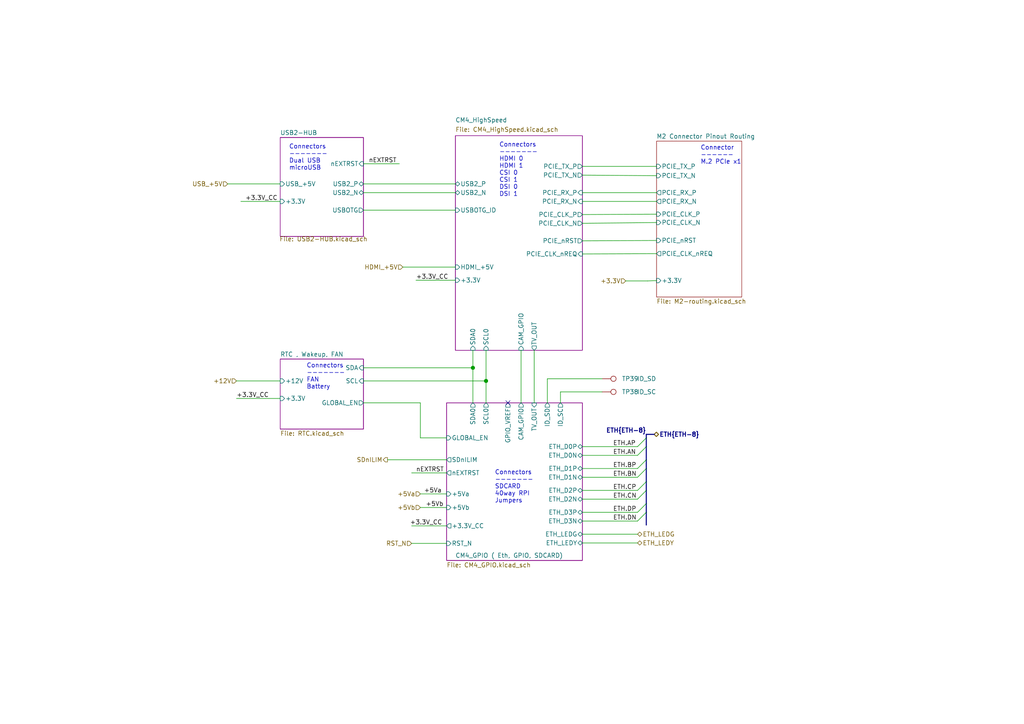
<source format=kicad_sch>
(kicad_sch (version 20230121) (generator eeschema)
  (paper "A4")
  (title_block (title "Penta-Pi") (date "2022-09-05") (rev "2.0") (comment 1 "fjc"))
  (lib_symbols
    (symbol "Connector:TestPoint" (pin_numbers hide) (pin_names (offset 0.762) hide) (in_bom no)
      (property "Reference" "TP" (at 0 6.858 0))
      (property "Value" "TestPoint" (at 0 5.08 0))
      (symbol "TestPoint_0_1"
        (circle (center 0 3.302) (radius 0.762))
      )
      (symbol "TestPoint_1_1"
        (pin passive line (at 0 0 90) (length 2.54) (name "1") (number "1"))
      )
    )
    (symbol "TestPoint_1" (pin_numbers hide) (pin_names (offset 0.762) hide) (in_bom no)
      (property "Reference" "TP" (at 0 6.858 0))
      (property "Value" "TestPoint" (at 0 5.08 0))
      (symbol "TestPoint_1_0_1"
        (circle (center 0 3.302) (radius 0.762))
      )
      (symbol "TestPoint_1_1_1"
        (pin passive line (at 0 0 90) (length 2.54) (name "1") (number "1"))
      )
    )
  )
  (junction (at 137.16 106.68) (diameter 1.016))
  (junction (at 140.97 110.49) (diameter 1.016))
  (no_connect (at 147.32 116.84))
  (bus_entry (at 187.452 129.54) (size -2.54 2.54))
  (bus_entry (at 187.452 139.7) (size -2.54 2.54))
  (bus_entry (at 187.452 142.24) (size -2.54 2.54))
  (bus_entry (at 187.452 146.05) (size -2.54 2.54))
  (bus_entry (at 187.452 133.35) (size -2.54 2.54))
  (bus_entry (at 187.452 135.89) (size -2.54 2.54))
  (bus_entry (at 187.452 148.59) (size -2.54 2.54))
  (bus_entry (at 187.452 127) (size -2.54 2.54))
  (wire (pts (xy 137.16 106.68) (xy 137.16 116.84)))
  (wire (pts (xy 158.75 109.855) (xy 158.75 116.84)))
  (wire (pts (xy 158.75 109.855) (xy 174.625 109.855)))
  (bus (pts (xy 187.452 142.24) (xy 187.452 146.05)))
  (wire (pts (xy 168.91 50.8) (xy 190.4238 50.9574)))
  (bus (pts (xy 187.452 146.05) (xy 187.452 148.59)))
  (wire (pts (xy 105.41 116.84) (xy 121.92 116.84)))
  (wire (pts (xy 105.41 110.49) (xy 140.97 110.49)))
  (bus (pts (xy 187.452 139.7) (xy 187.452 142.24)))
  (wire (pts (xy 137.16 101.6) (xy 137.16 106.68)))
  (bus (pts (xy 187.452 135.89) (xy 187.452 139.7)))
  (wire (pts (xy 168.91 129.54) (xy 184.912 129.54)))
  (wire (pts (xy 132.08 81.28) (xy 120.65 81.28)))
  (wire (pts (xy 168.91 151.13) (xy 184.912 151.13)))
  (bus (pts (xy 187.452 148.59) (xy 187.452 152.273)))
  (wire (pts (xy 81.28 58.42) (xy 69.85 58.42)))
  (wire (pts (xy 140.97 110.49) (xy 140.97 101.6)))
  (wire (pts (xy 68.58 110.49) (xy 81.28 110.49)))
  (wire (pts (xy 105.41 47.498) (xy 115.824 47.498)))
  (wire (pts (xy 66.04 53.34) (xy 81.28 53.34)))
  (wire (pts (xy 121.92 127) (xy 121.92 116.84)))
  (wire (pts (xy 140.97 116.84) (xy 140.97 110.49)))
  (wire (pts (xy 168.91 48.26) (xy 190.4238 48.26)))
  (wire (pts (xy 105.41 106.68) (xy 137.16 106.68)))
  (wire (pts (xy 121.92 147.193) (xy 129.54 147.193)))
  (wire (pts (xy 119.38 157.607) (xy 129.54 157.607)))
  (wire (pts (xy 121.92 127) (xy 129.54 127)))
  (wire (pts (xy 168.91 154.94) (xy 184.912 154.94)))
  (wire (pts (xy 105.41 53.34) (xy 132.08 53.34)))
  (wire (pts (xy 162.56 113.665) (xy 174.625 113.665)))
  (wire (pts (xy 162.56 116.84) (xy 162.56 113.665)))
  (wire (pts (xy 168.91 148.59) (xy 184.912 148.59)))
  (wire (pts (xy 151.13 116.84) (xy 151.13 101.6)))
  (wire (pts (xy 168.91 55.88) (xy 190.4238 55.88)))
  (wire (pts (xy 168.91 62.23) (xy 190.4238 62.1222)))
  (bus (pts (xy 189.738 125.984) (xy 187.452 125.984)))
  (wire (pts (xy 168.91 135.89) (xy 184.912 135.89)))
  (wire (pts (xy 154.94 116.84) (xy 154.94 101.6)))
  (bus (pts (xy 187.452 133.35) (xy 187.452 135.89)))
  (wire (pts (xy 190.4238 73.5662) (xy 168.91 73.66)))
  (wire (pts (xy 168.91 69.85) (xy 190.4238 69.7484)))
  (wire (pts (xy 116.84 77.47) (xy 132.08 77.47)))
  (wire (pts (xy 168.91 142.24) (xy 184.912 142.24)))
  (wire (pts (xy 168.91 157.48) (xy 184.912 157.48)))
  (wire (pts (xy 168.91 58.42) (xy 190.4238 58.42)))
  (wire (pts (xy 121.92 143.256) (xy 129.54 143.256)))
  (wire (pts (xy 112.395 133.35) (xy 129.54 133.35)))
  (wire (pts (xy 105.41 55.88) (xy 132.08 55.88)))
  (bus (pts (xy 187.452 129.54) (xy 187.452 133.35)))
  (bus (pts (xy 187.452 125.984) (xy 187.452 127)))
  (wire (pts (xy 168.91 138.43) (xy 184.912 138.43)))
  (wire (pts (xy 105.41 60.96) (xy 132.08 60.96)))
  (wire (pts (xy 119.38 137.16) (xy 129.54 137.16)))
  (wire (pts (xy 168.91 132.08) (xy 184.912 132.08)))
  (wire (pts (xy 181.483 81.4832) (xy 187.833 81.4832)))
  (wire (pts (xy 81.28 115.57) (xy 68.58 115.57)))
  (wire (pts (xy 168.91 144.78) (xy 184.912 144.78)))
  (wire (pts (xy 190.4238 64.5413) (xy 168.91 64.77)))
  (wire (pts (xy 190.4238 81.3816) (xy 187.833 81.4832)))
  (bus (pts (xy 187.452 127) (xy 187.452 129.54)))
  (wire (pts (xy 119.38 152.527) (xy 129.54 152.527)))
  (text "Connector\n------\nM.2 PCIe x1" (at 203.1804 47.801 0) (effects (font (size 1.27 1.27)) (justify left bottom)))
  (text "Connectors\n-------\nDual USB\nmicroUSB" (at 83.82 49.53 0) (effects (font (size 1.27 1.27)) (justify left bottom)))
  (text "Connectors\n-------\nSDCARD\n40way RPI\nJumpers" (at 143.51 146.05 0) (effects (font (size 1.27 1.27)) (justify left bottom)))
  (text "Connectors\n-------\nFAN\nBattery" (at 88.9 113.03 0) (effects (font (size 1.27 1.27)) (justify left bottom)))
  (text "Connectors\n-------\nHDMI 0\nHDMI 1\nCSI 0\nCSI 1\nDSI 0\nDSI 1" (at 144.78 57.15 0) (effects (font (size 1.27 1.27)) (justify left bottom)))
  (label "+3.3V_CC" (at 128.27 152.527 180))
  (label "ETH.AP" (at 177.8 129.54 0))
  (label "+3.3V_CC" (at 68.58 115.57 0))
  (label "ETH{ETH-8}" (at 187.452 125.984 180) (effects (font bold)))
  (label "nEXTRST" (at 106.934 47.498 0))
  (label "ETH.CN" (at 177.8 144.78 0))
  (label "nEXTRST" (at 120.65 137.16 0))
  (label "ETH.DN" (at 177.8 151.13 0))
  (label "ETH.CP" (at 177.8 142.24 0))
  (label "ETH.DP" (at 177.8 148.59 0))
  (label "+5Vb" (at 123.444 147.193 0))
  (label "ETH.BN" (at 177.8 138.43 0))
  (label "+3.3V_CC" (at 71.12 58.42 0))
  (label "+5Va" (at 122.936 143.256 0))
  (label "+3.3V_CC" (at 120.65 81.28 0))
  (label "ETH.BP" (at 177.8 135.89 0))
  (label "ETH.AN" (at 177.8 132.08 0))
  (hierarchical_label "SDnILIM" (shape output) (at 112.395 133.35 180))
  (hierarchical_label "ETH{ETH-8}" (shape bidirectional) (at 189.738 125.984 0) (effects (font bold)))
  (hierarchical_label "ETH_LEDY" (shape bidirectional) (at 184.912 157.48 0))
  (hierarchical_label "RST_N" (shape input) (at 119.38 157.607 180))
  (hierarchical_label "USB_+5V" (shape input) (at 66.04 53.34 180))
  (hierarchical_label "+3.3V" (shape input) (at 181.483 81.4832 180))
  (hierarchical_label "+12V" (shape input) (at 68.58 110.49 180))
  (hierarchical_label "HDMI_+5V" (shape input) (at 116.84 77.47 180))
  (hierarchical_label "ETH_LEDG" (shape bidirectional) (at 184.912 154.94 0))
  (hierarchical_label "+5Vb" (shape input) (at 121.92 147.193 180))
  (hierarchical_label "+5Va" (shape input) (at 121.92 143.256 180))
  (symbol (lib_name "TestPoint_1") (lib_id "Connector:TestPoint") (at 174.625 113.665 270) (unit 1) (in_bom no)
    (property "Reference" "TP38" (at 180.34 113.6649 90) (effects (justify left)))
    (property "Value" "ID_SC" (at 184.785 113.6649 90) (effects (justify left)))
    (property "Footprint" "TestPoint:TestPoint_Pad_D1.0mm" (effects hide))
    (property "LCSC Part Number" "DNP" (effects hide))
  )
  (symbol (lib_id "Connector:TestPoint") (at 174.625 109.855 270) (unit 1) (in_bom no)
    (property "Reference" "TP39" (at 180.34 109.8549 90) (effects (justify left)))
    (property "Value" "ID_SD" (at 184.785 109.8549 90) (effects (justify left)))
    (property "Footprint" "TestPoint:TestPoint_Pad_D1.0mm" (effects hide))
    (property "LCSC Part Number" "DNP" (effects hide))
  )
  (sheet (at 129.54 116.84) (size 39.37 45.72) (stroke (width 0.1524) (color 132 0 132 1)) (fill (color 255 255 255 0.0000))
    (property "Sheetname" "CM4_GPIO ( Eth, GPIO, SDCARD)" (at 132.08 161.848 0) (effects (justify left bottom)))
    (property "Sheetfile" "CM4_GPIO.kicad_sch" (at 129.54 163.1446 0) (effects (justify left top)))
    (pin "ID_SC" output (at 162.56 116.84 90))
    (pin "ID_SD" output (at 158.75 116.84 90))
    (pin "CAM_GPIO" output (at 151.13 116.84 90))
    (pin "SCL0" output (at 140.97 116.84 90))
    (pin "SDA0" output (at 137.16 116.84 90))
    (pin "nEXTRST" output (at 129.54 137.16 180))
    (pin "GLOBAL_EN" input (at 129.54 127 180))
    (pin "GPIO_VREF" output (at 147.32 116.84 90))
    (pin "TV_OUT" input (at 154.94 116.84 90))
    (pin "ETH_D3P" bidirectional (at 168.91 148.59 0))
    (pin "ETH_D2N" bidirectional (at 168.91 144.78 0))
    (pin "ETH_D3N" bidirectional (at 168.91 151.13 0))
    (pin "ETH_D2P" bidirectional (at 168.91 142.24 0))
    (pin "ETH_LEDG" bidirectional (at 168.91 154.94 0))
    (pin "ETH_LEDY" bidirectional (at 168.91 157.48 0))
    (pin "ETH_D1P" bidirectional (at 168.91 135.89 0))
    (pin "ETH_D0N" bidirectional (at 168.91 132.08 0))
    (pin "ETH_D1N" bidirectional (at 168.91 138.43 0))
    (pin "ETH_D0P" bidirectional (at 168.91 129.54 0))
    (pin "RST_N" input (at 129.54 157.607 180))
    (pin "+3.3V_CC" output (at 129.54 152.527 180))
    (pin "SDnILIM" output (at 129.54 133.35 180))
    (pin "+5Vb" input (at 129.54 147.193 180))
    (pin "+5Va" input (at 129.54 143.256 180))
  )
  (sheet (at 132.08 39.37) (size 36.83 62.23) (stroke (width 0.1524) (color 132 0 132 1)) (fill (color 255 255 255 0.0000))
    (property "Sheetname" "CM4_HighSpeed" (at 132.08 35.56 0) (effects (justify left bottom)))
    (property "Sheetfile" "CM4_HighSpeed.kicad_sch" (at 132.08 36.83 0) (effects (justify left top)))
    (pin "USB2_N" bidirectional (at 132.08 55.88 180))
    (pin "USB2_P" bidirectional (at 132.08 53.34 180))
    (pin "CAM_GPIO" input (at 151.13 101.6 270))
    (pin "SCL0" input (at 140.97 101.6 270))
    (pin "SDA0" input (at 137.16 101.6 270))
    (pin "HDMI_+5V" input (at 132.08 77.47 180))
    (pin "PCIE_CLK_P" output (at 168.91 62.23 0))
    (pin "PCIE_CLK_N" output (at 168.91 64.77 0))
    (pin "PCIE_TX_P" output (at 168.91 48.26 0))
    (pin "PCIE_TX_N" output (at 168.91 50.8 0))
    (pin "PCIE_nRST" output (at 168.91 69.85 0))
    (pin "PCIE_RX_P" input (at 168.91 55.88 0))
    (pin "PCIE_RX_N" input (at 168.91 58.42 0))
    (pin "PCIE_CLK_nREQ" input (at 168.91 73.66 0))
    (pin "+3.3V" input (at 132.08 81.28 180))
    (pin "USBOTG_ID" input (at 132.08 60.96 180))
    (pin "TV_OUT" output (at 154.94 101.6 270))
  )
  (sheet (at 81.28 39.878) (size 24.13 28.702) (stroke (width 0.1524) (color 132 0 132 1)) (fill (color 255 255 255 0.0000))
    (property "Sheetname" "USB2-HUB" (at 81.28 39.2425 0) (effects (justify left bottom)))
    (property "Sheetfile" "USB2-HUB.kicad_sch" (at 81.026 68.58 0) (effects (justify left top)))
    (pin "USB2_N" bidirectional (at 105.41 55.88 0))
    (pin "USB2_P" bidirectional (at 105.41 53.34 0))
    (pin "+3.3V" input (at 81.28 58.42 180))
    (pin "nEXTRST" input (at 105.41 47.498 0))
    (pin "USBOTG" output (at 105.41 60.96 0))
    (pin "USB_+5V" input (at 81.28 53.34 180))
  )
  (sheet (at 81.28 104.14) (size 24.13 20.32) (stroke (width 0.1524) (color 132 0 132 1)) (fill (color 255 255 255 0.0000))
    (property "Sheetname" "RTC , Wakeup, FAN" (at 81.28 103.5045 0) (effects (justify left bottom)))
    (property "Sheetfile" "RTC.kicad_sch" (at 81.28 124.9685 0) (effects (justify left top)))
    (pin "SCL" input (at 105.41 110.49 0))
    (pin "SDA" input (at 105.41 106.68 0))
    (pin "+3.3V" input (at 81.28 115.57 180))
    (pin "GLOBAL_EN" output (at 105.41 116.84 0))
    (pin "+12V" input (at 81.28 110.49 180))
  )
  (sheet (at 190.4238 40.9214) (size 24.7483 45.2288) (stroke (width 0.0005))
    (property "Sheetname" "M2 Connector Pinout Routing" (at 190.4238 40.2857 0) (effects (justify left bottom)))
    (property "Sheetfile" "M2-routing.kicad_sch" (at 190.4238 86.6589 0) (effects (justify left top)))
    (pin "+3.3V" input (at 190.4238 81.3816 180))
    (pin "PCIE_CLK_nREQ" output (at 190.4238 73.5662 180))
    (pin "PCIE_TX_P" input (at 190.4238 48.26 180))
    (pin "PCIE_nRST" input (at 190.4238 69.7484 180))
    (pin "PCIE_CLK_P" input (at 190.4238 62.1222 180))
    (pin "PCIE_CLK_N" input (at 190.4238 64.5413 180))
    (pin "PCIE_RX_N" output (at 190.4238 58.42 180))
    (pin "PCIE_TX_N" input (at 190.4238 50.9574 180))
    (pin "PCIE_RX_P" output (at 190.4238 55.88 180))
  )
)
</source>
